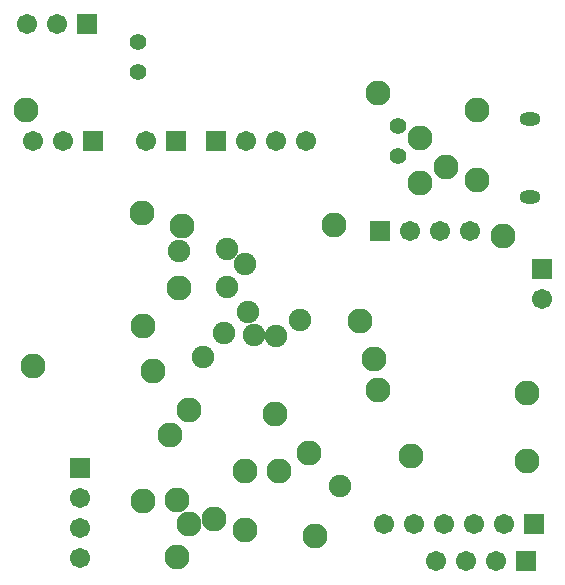
<source format=gbs>
G04*
G04 #@! TF.GenerationSoftware,Altium Limited,Altium Designer,18.1.5 (160)*
G04*
G04 Layer_Color=16711935*
%FSLAX25Y25*%
%MOIN*%
G70*
G01*
G75*
%ADD60R,0.06706X0.06706*%
%ADD61C,0.06706*%
%ADD62O,0.07099X0.04343*%
%ADD63C,0.05524*%
%ADD64R,0.06706X0.06706*%
%ADD81C,0.08280*%
%ADD82C,0.07493*%
D60*
X625000Y420500D02*
D03*
X527500Y489500D02*
D03*
X673575Y310500D02*
D03*
X676500Y322953D02*
D03*
X557000Y450500D02*
D03*
X570500D02*
D03*
X529500Y450461D02*
D03*
D61*
X635000Y420500D02*
D03*
X645000D02*
D03*
X655000D02*
D03*
X517500Y489500D02*
D03*
X507500D02*
D03*
X663575Y310500D02*
D03*
X653575D02*
D03*
X643575D02*
D03*
X626500Y322953D02*
D03*
X636500D02*
D03*
X646500D02*
D03*
X656500D02*
D03*
X666500D02*
D03*
X679000Y398000D02*
D03*
X547000Y450500D02*
D03*
X600500D02*
D03*
X590500D02*
D03*
X580500D02*
D03*
X525000Y311500D02*
D03*
Y321500D02*
D03*
Y331500D02*
D03*
X519500Y450461D02*
D03*
X509500D02*
D03*
D62*
X675000Y457768D02*
D03*
Y431783D02*
D03*
D63*
X544500Y483500D02*
D03*
Y473658D02*
D03*
X631000Y455500D02*
D03*
Y445657D02*
D03*
D64*
X679000Y408000D02*
D03*
X525000Y341500D02*
D03*
D81*
X601500Y346500D02*
D03*
X591500Y340500D02*
D03*
X580000D02*
D03*
X545864Y426421D02*
D03*
X603339Y319000D02*
D03*
X558000Y401500D02*
D03*
X561500Y322953D02*
D03*
X579934Y321000D02*
D03*
X569654Y324500D02*
D03*
X635500Y345661D02*
D03*
X674000Y366500D02*
D03*
X624500Y367500D02*
D03*
X622925Y377835D02*
D03*
X557500Y312000D02*
D03*
X674000Y344000D02*
D03*
X509500Y375500D02*
D03*
X546000Y389000D02*
D03*
X507000Y461000D02*
D03*
X618236Y390500D02*
D03*
X647000Y442000D02*
D03*
X666000Y419000D02*
D03*
X557500Y331000D02*
D03*
X559000Y422165D02*
D03*
X549500Y374000D02*
D03*
X555000Y352500D02*
D03*
X546000Y330500D02*
D03*
X638500Y436500D02*
D03*
Y451500D02*
D03*
X624500Y466500D02*
D03*
X609665Y422465D02*
D03*
X657500Y461000D02*
D03*
Y437500D02*
D03*
X561500Y361000D02*
D03*
X590000Y359661D02*
D03*
D82*
X611779Y335500D02*
D03*
X583000Y386000D02*
D03*
X590500Y385500D02*
D03*
X598500Y391000D02*
D03*
X573000Y386500D02*
D03*
X574000Y402000D02*
D03*
X581000Y393500D02*
D03*
X558000Y414000D02*
D03*
X580000Y409500D02*
D03*
X574079Y414421D02*
D03*
X566000Y378500D02*
D03*
M02*

</source>
